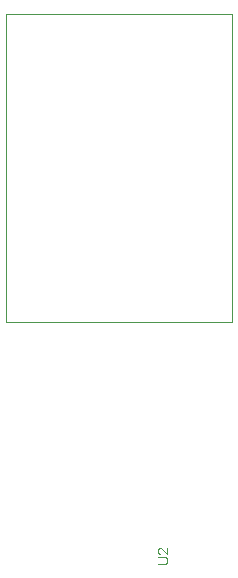
<source format=gm1>
G04*
G04 #@! TF.GenerationSoftware,Altium Limited,Altium Designer,21.6.4 (81)*
G04*
G04 Layer_Color=16711935*
%FSLAX25Y25*%
%MOIN*%
G70*
G04*
G04 #@! TF.SameCoordinates,82150E9F-1309-4CA2-80C3-B22644BF42D1*
G04*
G04*
G04 #@! TF.FilePolarity,Positive*
G04*
G01*
G75*
%ADD12C,0.00394*%
D12*
X152370Y315390D02*
Y318835D01*
Y315390D02*
X227567D01*
Y417949D01*
X152370Y315291D02*
Y417949D01*
X227567D01*
X202923Y234860D02*
X205547D01*
X206072Y235384D01*
Y236434D01*
X205547Y236959D01*
X202923D01*
X206072Y240107D02*
Y238008D01*
X203973Y240107D01*
X203448D01*
X202923Y239582D01*
Y238533D01*
X203448Y238008D01*
M02*

</source>
